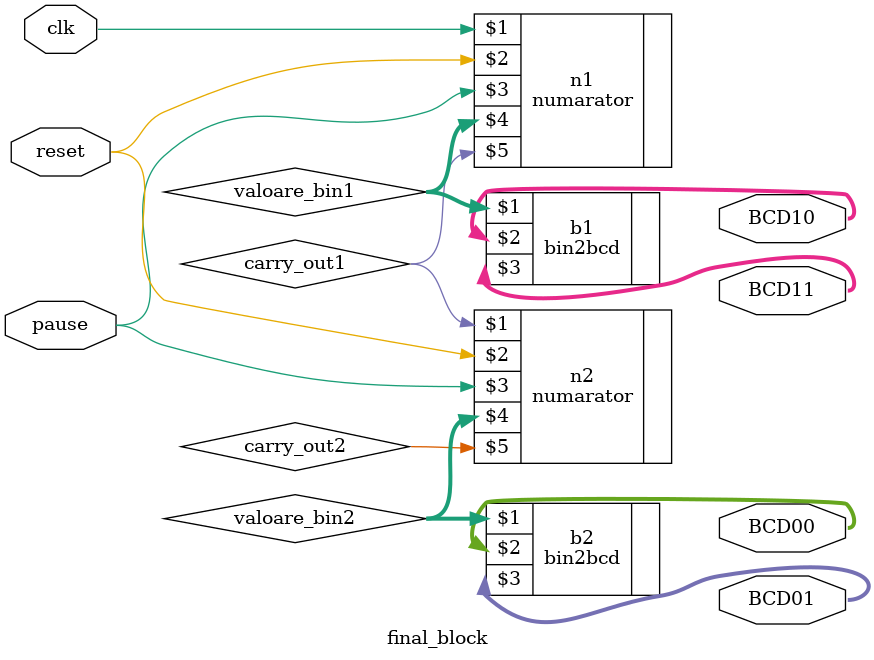
<source format=v>
`timescale 1ns / 1ps


module final_block(clk, reset, pause, BCD00, BCD01, BCD10, BCD11);

   input clk, reset, pause;
   wire carry_out1, carry_out2;
   wire [5:0] valoare_bin1, valoare_bin2;
   output [3:0] BCD00, BCD01, BCD10, BCD11;
   
   numarator n1(clk, reset, pause, valoare_bin1, carry_out1);
   numarator n2(carry_out1, reset, pause, valoare_bin2, carry_out2);
   
   bin2bcd b1(valoare_bin1, BCD10, BCD11);
   bin2bcd b2(valoare_bin2, BCD00, BCD01);
   
endmodule

</source>
